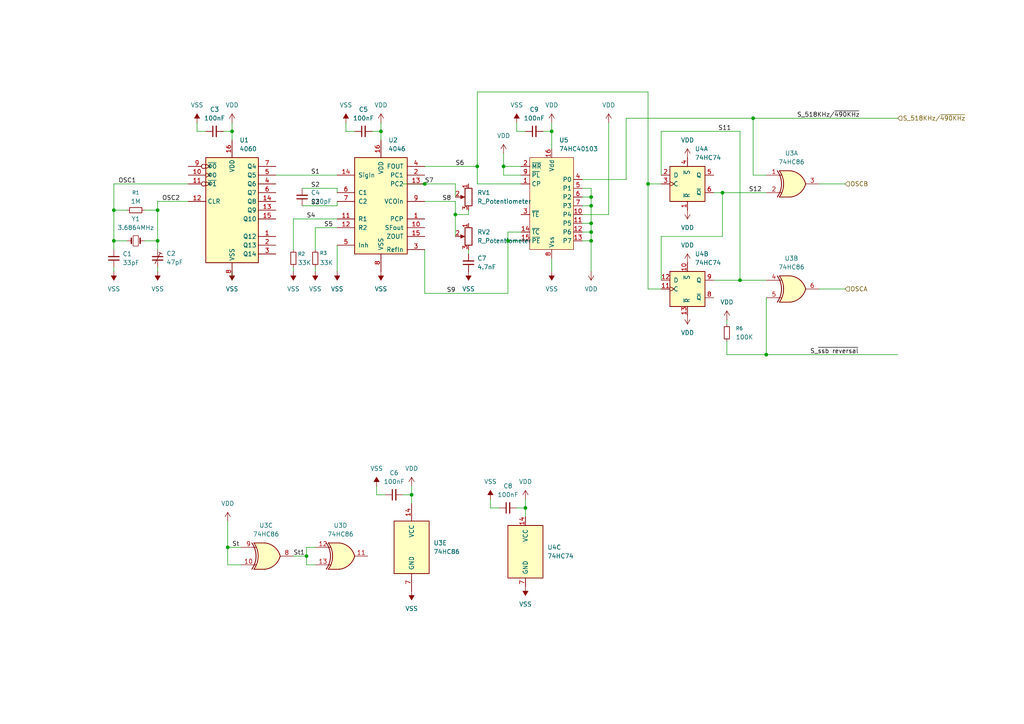
<source format=kicad_sch>
(kicad_sch (version 20250114) (generator "eeschema") (generator_version "9.0")
  (paper "A4")
  (lib_symbols
    (symbol "4xxx:4046" (pin_names (offset 1.016))
      (property "Reference" "U2" (at 2.1433 17.78 0))
      (property "Value" "4046" (at 2.1433 15.24 0))
      (symbol "4046_1_0"
        (pin input line (at -12.7 7.62 0) (length 5.08) (name "SigIn") (number "14"))
        (pin input line (at -12.7 2.54 0) (length 5.08) (name "C1") (number "6"))
        (pin input line (at -12.7 0 0) (length 5.08) (name "C2") (number "7"))
        (pin input line (at -12.7 -5.08 0) (length 5.08) (name "R1") (number "11"))
        (pin input line (at -12.7 -7.62 0) (length 5.08) (name "R2") (number "12"))
        (pin input line (at -12.7 -12.7 0) (length 5.08) (name "Inh") (number "5"))
        (pin power_in line (at 0 17.78 270) (length 5.08) (name "VDD") (number "16"))
        (pin power_in line (at 0 -20.32 90) (length 5.08) (name "VSS") (number "8"))
        (pin output line (at 12.7 10.16 180) (length 5.08) (name "FOUT") (number "4"))
        (pin output line (at 12.7 7.62 180) (length 5.08) (name "PC1") (number "2"))
        (pin tri_state line (at 12.7 5.08 180) (length 5.08) (name "PC2") (number "13"))
        (pin input line (at 12.7 0 180) (length 5.08) (name "VCOin") (number "9"))
        (pin output line (at 12.7 -5.08 180) (length 5.08) (name "PCP") (number "1"))
        (pin output line (at 12.7 -7.62 180) (length 5.08) (name "SFout") (number "10"))
        (pin output line (at 12.7 -10.16 180) (length 5.08) (name "ZOUT") (number "15"))
        (pin input line (at 12.7 -13.97 180) (length 5.08) (name "RefIn") (number "3"))
      )
      (symbol "4046_1_1"
        (rectangle (start -7.62 12.7) (end 7.62 -15.24) (stroke (width 0.254)) (fill (type background)))
      )
    )
    (symbol "4xxx:4060"
      (property "Reference" "U" (at 5.08 16.51 0))
      (property "Value" "4060" (at 6.35 -16.51 0))
      (symbol "4060_1_0"
        (pin input inverted_clock (at -12.7 12.7 0) (length 5.08) (name "~{Φ0}") (number "9"))
        (pin input clock (at -12.7 10.16 0) (length 5.08) (name "Φ0") (number "10"))
        (pin input inverted_clock (at -12.7 7.62 0) (length 5.08) (name "~{Φ1}") (number "11"))
        (pin input line (at -12.7 2.54 0) (length 5.08) (name "CLR") (number "12"))
        (pin power_in line (at 0 20.32 270) (length 5.08) (name "VDD") (number "16"))
        (pin power_in line (at 0 -20.32 90) (length 5.08) (name "VSS") (number "8"))
        (pin output line (at 12.7 12.7 180) (length 5.08) (name "Q4") (number "7"))
        (pin output line (at 12.7 10.16 180) (length 5.08) (name "Q5") (number "5"))
        (pin output line (at 12.7 7.62 180) (length 5.08) (name "Q6") (number "4"))
        (pin output line (at 12.7 5.08 180) (length 5.08) (name "Q7") (number "6"))
        (pin output line (at 12.7 2.54 180) (length 5.08) (name "Q8") (number "14"))
        (pin output line (at 12.7 0 180) (length 5.08) (name "Q9") (number "13"))
        (pin output line (at 12.7 -2.54 180) (length 5.08) (name "Q10") (number "15"))
        (pin output line (at 12.7 -7.62 180) (length 5.08) (name "Q12") (number "1"))
        (pin output line (at 12.7 -10.16 180) (length 5.08) (name "Q13") (number "2"))
        (pin output line (at 12.7 -12.7 180) (length 5.08) (name "Q14") (number "3"))
      )
      (symbol "4060_1_1"
        (rectangle (start -7.62 15.24) (end 7.62 -15.24) (stroke (width 0.254)) (fill (type background)))
      )
    )
    (symbol "74xx:74HC74" (pin_names (offset 1.016))
      (property "Reference" "U" (at -7.62 8.89 0))
      (property "Value" "74HC74" (at -7.62 -8.89 0))
      (symbol "74HC74_1_0"
        (pin input line (at -7.62 2.54 0) (length 2.54) (name "D") (number "2"))
        (pin input clock (at -7.62 0 0) (length 2.54) (name "C") (number "3"))
        (pin input line (at 0 7.62 270) (length 2.54) (name "~{S}") (number "4"))
        (pin input line (at 0 -7.62 90) (length 2.54) (name "~{R}") (number "1"))
        (pin output line (at 7.62 2.54 180) (length 2.54) (name "Q") (number "5"))
        (pin output line (at 7.62 -2.54 180) (length 2.54) (name "~{Q}") (number "6"))
      )
      (symbol "74HC74_1_1"
        (rectangle (start -5.08 5.08) (end 5.08 -5.08) (stroke (width 0.254)) (fill (type background)))
      )
      (symbol "74HC74_2_0"
        (pin input line (at -7.62 2.54 0) (length 2.54) (name "D") (number "12"))
        (pin input clock (at -7.62 0 0) (length 2.54) (name "C") (number "11"))
        (pin input line (at 0 7.62 270) (length 2.54) (name "~{S}") (number "10"))
        (pin input line (at 0 -7.62 90) (length 2.54) (name "~{R}") (number "13"))
        (pin output line (at 7.62 2.54 180) (length 2.54) (name "Q") (number "9"))
        (pin output line (at 7.62 -2.54 180) (length 2.54) (name "~{Q}") (number "8"))
      )
      (symbol "74HC74_2_1"
        (rectangle (start -5.08 5.08) (end 5.08 -5.08) (stroke (width 0.254)) (fill (type background)))
      )
      (symbol "74HC74_3_0"
        (pin power_in line (at 0 10.16 270) (length 2.54) (name "VCC") (number "14"))
        (pin power_in line (at 0 -10.16 90) (length 2.54) (name "GND") (number "7"))
      )
      (symbol "74HC74_3_1"
        (rectangle (start -5.08 7.62) (end 5.08 -7.62) (stroke (width 0.254)) (fill (type background)))
      )
    )
    (symbol "74xx:74HC86" (pin_names (offset 1.016))
      (property "Reference" "U" (at 0 1.27 0))
      (property "Value" "74HC86" (at 0 -1.27 0))
      (symbol "74HC86_1_0"
        (arc (start -4.4196 3.81) (mid -3.2033 0) (end -4.4196 -3.81) (stroke (width 0.254)))
        (arc (start -3.81 3.81) (mid -2.589 0) (end -3.81 -3.81) (stroke (width 0.254)))
        (polyline (pts (xy -3.81 3.81) (xy -0.635 3.81)) (stroke (width 0.254)) (fill (type background)))
        (polyline (pts (xy -3.81 -3.81) (xy -0.635 -3.81)) (stroke (width 0.254)) (fill (type background)))
        (arc (start 3.81 0) (mid 2.1855 -2.584) (end -0.6096 -3.81) (stroke (width 0.254)) (fill (type background)))
        (arc (start -0.6096 3.81) (mid 2.1928 2.5924) (end 3.81 0) (stroke (width 0.254)) (fill (type background)))
        (polyline (pts (xy -0.635 3.81) (xy -3.81 3.81) (xy -3.81 3.81) (xy -3.556 3.4036) (xy -3.0226 2.2606) (xy -2.6924 1.0414) (xy -2.6162 -0.254) (xy -2.7686 -1.4986) (xy -3.175 -2.7178) (xy -3.81 -3.81) (xy -3.81 -3.81) (xy -0.635 -3.81)) (stroke (width -25.4)) (fill (type background)))
        (pin input line (at -7.62 2.54 0) (length 4.445) (name "~") (number "1"))
        (pin input line (at -7.62 -2.54 0) (length 4.445) (name "~") (number "2"))
        (pin output line (at 7.62 0 180) (length 3.81) (name "~") (number "3"))
      )
      (symbol "74HC86_1_1"
        (polyline (pts (xy -3.81 2.54) (xy -3.175 2.54)) (stroke (width 0.1524)))
        (polyline (pts (xy -3.81 -2.54) (xy -3.175 -2.54)) (stroke (width 0.1524)))
      )
      (symbol "74HC86_2_0"
        (arc (start -4.4196 3.81) (mid -3.2033 0) (end -4.4196 -3.81) (stroke (width 0.254)))
        (arc (start -3.81 3.81) (mid -2.589 0) (end -3.81 -3.81) (stroke (width 0.254)))
        (polyline (pts (xy -3.81 3.81) (xy -0.635 3.81)) (stroke (width 0.254)) (fill (type background)))
        (polyline (pts (xy -3.81 -3.81) (xy -0.635 -3.81)) (stroke (width 0.254)) (fill (type background)))
        (arc (start 3.81 0) (mid 2.1855 -2.584) (end -0.6096 -3.81) (stroke (width 0.254)) (fill (type background)))
        (arc (start -0.6096 3.81) (mid 2.1928 2.5924) (end 3.81 0) (stroke (width 0.254)) (fill (type background)))
        (polyline (pts (xy -0.635 3.81) (xy -3.81 3.81) (xy -3.81 3.81) (xy -3.556 3.4036) (xy -3.0226 2.2606) (xy -2.6924 1.0414) (xy -2.6162 -0.254) (xy -2.7686 -1.4986) (xy -3.175 -2.7178) (xy -3.81 -3.81) (xy -3.81 -3.81) (xy -0.635 -3.81)) (stroke (width -25.4)) (fill (type background)))
        (pin input line (at -7.62 2.54 0) (length 4.445) (name "~") (number "4"))
        (pin input line (at -7.62 -2.54 0) (length 4.445) (name "~") (number "5"))
        (pin output line (at 7.62 0 180) (length 3.81) (name "~") (number "6"))
      )
      (symbol "74HC86_2_1"
        (polyline (pts (xy -3.81 2.54) (xy -3.175 2.54)) (stroke (width 0.1524)))
        (polyline (pts (xy -3.81 -2.54) (xy -3.175 -2.54)) (stroke (width 0.1524)))
      )
      (symbol "74HC86_3_0"
        (arc (start -4.4196 3.81) (mid -3.2033 0) (end -4.4196 -3.81) (stroke (width 0.254)))
        (arc (start -3.81 3.81) (mid -2.589 0) (end -3.81 -3.81) (stroke (width 0.254)))
        (polyline (pts (xy -3.81 3.81) (xy -0.635 3.81)) (stroke (width 0.254)) (fill (type background)))
        (polyline (pts (xy -3.81 -3.81) (xy -0.635 -3.81)) (stroke (width 0.254)) (fill (type background)))
        (arc (start 3.81 0) (mid 2.1855 -2.584) (end -0.6096 -3.81) (stroke (width 0.254)) (fill (type background)))
        (arc (start -0.6096 3.81) (mid 2.1928 2.5924) (end 3.81 0) (stroke (width 0.254)) (fill (type background)))
        (polyline (pts (xy -0.635 3.81) (xy -3.81 3.81) (xy -3.81 3.81) (xy -3.556 3.4036) (xy -3.0226 2.2606) (xy -2.6924 1.0414) (xy -2.6162 -0.254) (xy -2.7686 -1.4986) (xy -3.175 -2.7178) (xy -3.81 -3.81) (xy -3.81 -3.81) (xy -0.635 -3.81)) (stroke (width -25.4)) (fill (type background)))
        (pin input line (at -7.62 2.54 0) (length 4.445) (name "~") (number "9"))
        (pin input line (at -7.62 -2.54 0) (length 4.445) (name "~") (number "10"))
        (pin output line (at 7.62 0 180) (length 3.81) (name "~") (number "8"))
      )
      (symbol "74HC86_3_1"
        (polyline (pts (xy -3.81 2.54) (xy -3.175 2.54)) (stroke (width 0.1524)))
        (polyline (pts (xy -3.81 -2.54) (xy -3.175 -2.54)) (stroke (width 0.1524)))
      )
      (symbol "74HC86_4_0"
        (arc (start -4.4196 3.81) (mid -3.2033 0) (end -4.4196 -3.81) (stroke (width 0.254)))
        (arc (start -3.81 3.81) (mid -2.589 0) (end -3.81 -3.81) (stroke (width 0.254)))
        (polyline (pts (xy -3.81 3.81) (xy -0.635 3.81)) (stroke (width 0.254)) (fill (type background)))
        (polyline (pts (xy -3.81 -3.81) (xy -0.635 -3.81)) (stroke (width 0.254)) (fill (type background)))
        (arc (start 3.81 0) (mid 2.1855 -2.584) (end -0.6096 -3.81) (stroke (width 0.254)) (fill (type background)))
        (arc (start -0.6096 3.81) (mid 2.1928 2.5924) (end 3.81 0) (stroke (width 0.254)) (fill (type background)))
        (polyline (pts (xy -0.635 3.81) (xy -3.81 3.81) (xy -3.81 3.81) (xy -3.556 3.4036) (xy -3.0226 2.2606) (xy -2.6924 1.0414) (xy -2.6162 -0.254) (xy -2.7686 -1.4986) (xy -3.175 -2.7178) (xy -3.81 -3.81) (xy -3.81 -3.81) (xy -0.635 -3.81)) (stroke (width -25.4)) (fill (type background)))
        (pin input line (at -7.62 2.54 0) (length 4.445) (name "~") (number "12"))
        (pin input line (at -7.62 -2.54 0) (length 4.445) (name "~") (number "13"))
        (pin output line (at 7.62 0 180) (length 3.81) (name "~") (number "11"))
      )
      (symbol "74HC86_4_1"
        (polyline (pts (xy -3.81 2.54) (xy -3.175 2.54)) (stroke (width 0.1524)))
        (polyline (pts (xy -3.81 -2.54) (xy -3.175 -2.54)) (stroke (width 0.1524)))
      )
      (symbol "74HC86_5_0"
        (pin power_in line (at 0 12.7 270) (length 5.08) (name "VCC") (number "14"))
        (pin power_in line (at 0 -12.7 90) (length 5.08) (name "GND") (number "7"))
      )
      (symbol "74HC86_5_1"
        (rectangle (start -5.08 7.62) (end 5.08 -7.62) (stroke (width 0.254)) (fill (type background)))
      )
    )
    (symbol "Device:C_Small" (pin_numbers (hide yes)) (pin_names (offset 0.254) (hide yes))
      (property "Reference" "C" (at 0.254 1.778 0))
      (property "Value" "C_Small" (at 0.254 -2.032 0))
      (symbol "C_Small_0_1"
        (polyline (pts (xy -1.524 0.508) (xy 1.524 0.508)) (stroke (width 0.3048)))
        (polyline (pts (xy -1.524 -0.508) (xy 1.524 -0.508)) (stroke (width 0.3302)))
      )
      (symbol "C_Small_1_1"
        (pin passive line (at 0 2.54 270) (length 2.032) (name "~") (number "1"))
        (pin passive line (at 0 -2.54 90) (length 2.032) (name "~") (number "2"))
      )
    )
    (symbol "Device:C_Trim_Small" (pin_numbers (hide yes)) (pin_names (offset 0.254) (hide yes))
      (property "Reference" "C" (at 1.524 -2.032 0))
      (property "Value" "C_Trim_Small" (at 3.048 -3.556 0))
      (symbol "C_Trim_Small_0_1"
        (polyline (pts (xy -1.524 0.508) (xy 1.524 0.508)) (stroke (width 0.3048)))
        (polyline (pts (xy -1.524 -0.508) (xy 1.524 -0.508)) (stroke (width 0.3048)))
        (polyline (pts (xy 0.762 1.524) (xy -0.762 -1.524)) (stroke (width 0.1778)))
        (polyline (pts (xy 1.27 1.27) (xy 0.381 1.778)) (stroke (width 0.1778)))
      )
      (symbol "C_Trim_Small_1_1"
        (pin passive line (at 0 2.54 270) (length 2.032) (name "~") (number "1"))
        (pin passive line (at 0 -2.54 90) (length 2.032) (name "~") (number "2"))
      )
    )
    (symbol "Device:Crystal_Small" (pin_numbers (hide yes)) (pin_names (offset 1.016) (hide yes))
      (property "Reference" "Y" (at 0 2.54 0))
      (property "Value" "Crystal_Small" (at 0 -2.54 0))
      (symbol "Crystal_Small_0_1"
        (polyline (pts (xy -1.27 -0.762) (xy -1.27 0.762)) (stroke (width 0.381)))
        (rectangle (start -0.762 -1.524) (end 0.762 1.524))
        (polyline (pts (xy 1.27 -0.762) (xy 1.27 0.762)) (stroke (width 0.381)))
      )
      (symbol "Crystal_Small_1_1"
        (pin passive line (at -2.54 0 0) (length 1.27) (name "1") (number "1"))
        (pin passive line (at 2.54 0 180) (length 1.27) (name "2") (number "2"))
      )
    )
    (symbol "Device:R_Potentiometer" (pin_names (offset 1.016) (hide yes))
      (property "Reference" "RV" (at -4.445 0 90))
      (property "Value" "R_Potentiometer" (at -2.54 0 90))
      (symbol "R_Potentiometer_0_1"
        (rectangle (start 1.016 2.54) (end -1.016 -2.54) (stroke (width 0.254)))
        (polyline (pts (xy 1.143 0) (xy 2.286 0.508) (xy 2.286 -0.508) (xy 1.143 0)) (fill (type outline)))
        (polyline (pts (xy 2.54 0) (xy 1.524 0)))
      )
      (symbol "R_Potentiometer_1_1"
        (pin passive line (at 0 3.81 270) (length 1.27) (name "1") (number "1"))
        (pin passive line (at 0 -3.81 90) (length 1.27) (name "3") (number "3"))
        (pin passive line (at 3.81 0 180) (length 1.27) (name "2") (number "2"))
      )
    )
    (symbol "Device:R_Small" (pin_numbers (hide yes)) (pin_names (offset 0.254) (hide yes))
      (property "Reference" "R" (at 0 0 90))
      (property "Value" "R_Small" (at 1.778 0 90))
      (symbol "R_Small_0_1"
        (rectangle (start -0.762 1.778) (end 0.762 -1.778) (stroke (width 0.2032)))
      )
      (symbol "R_Small_1_1"
        (pin passive line (at 0 2.54 270) (length 0.762) (name "~") (number "1"))
        (pin passive line (at 0 -2.54 90) (length 0.762) (name "~") (number "2"))
      )
    )
    (symbol "power:+5V" (power) (pin_numbers (hide yes)) (pin_names (offset 0) (hide yes))
      (property "Value" "+5V" (at 0 3.556 0))
      (symbol "+5V_0_1"
        (polyline (pts (xy -0.762 1.27) (xy 0 2.54)))
        (polyline (pts (xy 0 2.54) (xy 0.762 1.27)))
        (polyline (pts (xy 0 0) (xy 0 2.54)))
      )
      (symbol "+5V_1_1"
        (pin power_in line (at 0 0 90) (length 0) (name "~") (number "1"))
      )
    )
    (symbol "power:VSS" (power) (pin_numbers (hide yes)) (pin_names (offset 0) (hide yes))
      (property "Value" "VSS" (at 0 3.556 0))
      (symbol "VSS_0_1"
        (polyline (pts (xy 0 0) (xy 0 2.54)))
        (polyline (pts (xy 0.762 1.27) (xy -0.762 1.27) (xy 0 2.54) (xy 0.762 1.27)) (fill (type outline)))
      )
      (symbol "VSS_1_1"
        (pin power_in line (at 0 0 90) (length 0) (name "~") (number "1"))
      )
    )
    (symbol "user_74HC_logic:74HC40103"
      (property "Reference" "U3" (at 2.1433 19.05 0))
      (property "Value" "74HC40103" (at 2.1433 16.51 0))
      (symbol "74HC40103_1_1"
        (rectangle (start -6.35 13.97) (end 6.35 -12.7) (fill (type background)))
        (pin bidirectional line (at -8.89 11.43 0) (length 2.54) (name "~{MR}") (number "2"))
        (pin bidirectional line (at -8.89 8.89 0) (length 2.54) (name "~{PL}") (number "9"))
        (pin bidirectional line (at -8.89 6.35 0) (length 2.54) (name "CP") (number "1"))
        (pin bidirectional line (at -8.89 -2.54 0) (length 2.54) (name "~{TE}") (number "3"))
        (pin bidirectional line (at -8.89 -7.62 0) (length 2.54) (name "~{TC}") (number "14"))
        (pin bidirectional line (at -8.89 -10.16 0) (length 2.54) (name "~{PE}") (number "15"))
        (pin power_in line (at 0 16.51 270) (length 2.54) (name "Vdd") (number "16"))
        (pin power_in line (at 0 -15.24 90) (length 2.54) (name "Vss") (number "8"))
        (pin bidirectional line (at 8.89 7.62 180) (length 2.54) (name "P0") (number "4"))
        (pin bidirectional line (at 8.89 5.08 180) (length 2.54) (name "P1") (number "5"))
        (pin bidirectional line (at 8.89 2.54 180) (length 2.54) (name "P2") (number "6"))
        (pin bidirectional line (at 8.89 0 180) (length 2.54) (name "P3") (number "7"))
        (pin bidirectional line (at 8.89 -2.54 180) (length 2.54) (name "P4") (number "10"))
        (pin bidirectional line (at 8.89 -5.08 180) (length 2.54) (name "P5") (number "11"))
        (pin bidirectional line (at 8.89 -7.62 180) (length 2.54) (name "P6") (number "12"))
        (pin bidirectional line (at 8.89 -10.16 180) (length 2.54) (name "P7") (number "13"))
      )
    )
  )
  (junction (at 132.08 62.23))
  (junction (at 171.45 64.77))
  (junction (at 67.31 38.1))
  (junction (at 45.72 69.85))
  (junction (at 138.43 48.26))
  (junction (at 214.63 81.28))
  (junction (at 123.19 53.34))
  (junction (at 110.49 38.1))
  (junction (at 66.04 158.75))
  (junction (at 160.02 38.1))
  (junction (at 218.44 34.29))
  (junction (at 33.02 69.85))
  (junction (at 146.05 48.26))
  (junction (at 209.55 55.88))
  (junction (at 187.96 53.34))
  (junction (at 119.38 143.51))
  (junction (at 222.25 102.87))
  (junction (at 147.32 69.85))
  (junction (at 171.45 59.69))
  (junction (at 33.02 60.96))
  (junction (at 152.4 147.32))
  (junction (at 171.45 67.31))
  (junction (at 45.72 60.96))
  (junction (at 171.45 57.15))
  (junction (at 171.45 69.85))
  (junction (at 88.9 161.29))
  (wire (pts (xy 152.4 147.32) (xy 149.86 147.32)))
  (wire (pts (xy 33.02 72.39) (xy 33.02 69.85)))
  (wire (pts (xy 85.09 77.47) (xy 85.09 78.74)))
  (wire (pts (xy 57.15 35.56) (xy 57.15 38.1)))
  (wire (pts (xy 160.02 35.56) (xy 160.02 38.1)))
  (wire (pts (xy 110.49 38.1) (xy 110.49 40.64)))
  (wire (pts (xy 147.32 69.85) (xy 147.32 67.31)))
  (wire (pts (xy 45.72 77.47) (xy 45.72 78.74)))
  (wire (pts (xy 123.19 85.09) (xy 147.32 85.09)))
  (wire (pts (xy 146.05 48.26) (xy 146.05 50.8)))
  (wire (pts (xy 132.08 62.23) (xy 135.89 62.23)))
  (wire (pts (xy 146.05 48.26) (xy 151.13 48.26)))
  (wire (pts (xy 57.15 38.1) (xy 59.69 38.1)))
  (wire (pts (xy 210.82 99.06) (xy 210.82 102.87)))
  (wire (pts (xy 187.96 53.34) (xy 187.96 26.67)))
  (wire (pts (xy 97.79 59.69) (xy 87.63 59.69)))
  (wire (pts (xy 110.49 35.56) (xy 110.49 38.1)))
  (wire (pts (xy 85.09 72.39) (xy 85.09 63.5)))
  (wire (pts (xy 116.84 53.34) (xy 123.19 53.34)))
  (wire (pts (xy 85.09 63.5) (xy 97.79 63.5)))
  (wire (pts (xy 210.82 102.87) (xy 222.25 102.87)))
  (wire (pts (xy 191.77 68.58) (xy 209.55 68.58)))
  (wire (pts (xy 171.45 78.74) (xy 171.45 69.85)))
  (wire (pts (xy 119.38 140.97) (xy 119.38 143.51)))
  (wire (pts (xy 149.86 35.56) (xy 149.86 38.1)))
  (wire (pts (xy 214.63 81.28) (xy 207.01 81.28)))
  (wire (pts (xy 33.02 69.85) (xy 33.02 60.96)))
  (wire (pts (xy 152.4 147.32) (xy 152.4 149.86)))
  (wire (pts (xy 33.02 53.34) (xy 33.02 60.96)))
  (wire (pts (xy 123.19 58.42) (xy 132.08 58.42)))
  (wire (pts (xy 123.19 48.26) (xy 138.43 48.26)))
  (wire (pts (xy 45.72 69.85) (xy 45.72 60.96)))
  (wire (pts (xy 147.32 85.09) (xy 147.32 69.85)))
  (wire (pts (xy 181.61 34.29) (xy 218.44 34.29)))
  (wire (pts (xy 91.44 72.39) (xy 91.44 66.04)))
  (wire (pts (xy 91.44 66.04) (xy 97.79 66.04)))
  (wire (pts (xy 45.72 60.96) (xy 45.72 58.42)))
  (wire (pts (xy 135.89 72.39) (xy 135.89 73.66)))
  (wire (pts (xy 187.96 83.82) (xy 187.96 53.34)))
  (wire (pts (xy 222.25 102.87) (xy 260.35 102.87)))
  (wire (pts (xy 214.63 81.28) (xy 222.25 81.28)))
  (wire (pts (xy 132.08 53.34) (xy 132.08 57.15)))
  (wire (pts (xy 149.86 38.1) (xy 152.4 38.1)))
  (wire (pts (xy 209.55 55.88) (xy 222.25 55.88)))
  (wire (pts (xy 191.77 38.1) (xy 214.63 38.1)))
  (wire (pts (xy 168.91 52.07) (xy 181.61 52.07)))
  (wire (pts (xy 97.79 54.61) (xy 97.79 55.88)))
  (wire (pts (xy 160.02 38.1) (xy 157.48 38.1)))
  (wire (pts (xy 91.44 77.47) (xy 91.44 78.74)))
  (wire (pts (xy 100.33 35.56) (xy 100.33 38.1)))
  (wire (pts (xy 209.55 68.58) (xy 209.55 55.88)))
  (wire (pts (xy 91.44 163.83) (xy 88.9 163.83)))
  (wire (pts (xy 142.24 147.32) (xy 144.78 147.32)))
  (wire (pts (xy 67.31 38.1) (xy 64.77 38.1)))
  (wire (pts (xy 66.04 163.83) (xy 69.85 163.83)))
  (wire (pts (xy 80.01 50.8) (xy 97.79 50.8)))
  (wire (pts (xy 45.72 72.39) (xy 45.72 69.85)))
  (wire (pts (xy 66.04 158.75) (xy 66.04 163.83)))
  (wire (pts (xy 168.91 57.15) (xy 171.45 57.15)))
  (wire (pts (xy 123.19 72.39) (xy 123.19 85.09)))
  (wire (pts (xy 171.45 59.69) (xy 171.45 57.15)))
  (wire (pts (xy 138.43 26.67) (xy 138.43 48.26)))
  (wire (pts (xy 88.9 161.29) (xy 88.9 158.75)))
  (wire (pts (xy 132.08 62.23) (xy 132.08 68.58)))
  (wire (pts (xy 176.53 62.23) (xy 176.53 35.56)))
  (wire (pts (xy 218.44 34.29) (xy 218.44 50.8)))
  (wire (pts (xy 146.05 50.8) (xy 151.13 50.8)))
  (wire (pts (xy 119.38 143.51) (xy 116.84 143.51)))
  (wire (pts (xy 191.77 53.34) (xy 187.96 53.34)))
  (wire (pts (xy 146.05 44.45) (xy 146.05 48.26)))
  (wire (pts (xy 171.45 67.31) (xy 171.45 64.77)))
  (wire (pts (xy 147.32 67.31) (xy 151.13 67.31)))
  (wire (pts (xy 67.31 35.56) (xy 67.31 38.1)))
  (wire (pts (xy 168.91 64.77) (xy 171.45 64.77)))
  (wire (pts (xy 237.49 53.34) (xy 245.11 53.34)))
  (wire (pts (xy 191.77 83.82) (xy 187.96 83.82)))
  (wire (pts (xy 168.91 62.23) (xy 176.53 62.23)))
  (wire (pts (xy 66.04 158.75) (xy 69.85 158.75)))
  (wire (pts (xy 218.44 50.8) (xy 222.25 50.8)))
  (wire (pts (xy 171.45 54.61) (xy 168.91 54.61)))
  (wire (pts (xy 209.55 55.88) (xy 207.01 55.88)))
  (wire (pts (xy 181.61 52.07) (xy 181.61 34.29)))
  (wire (pts (xy 100.33 38.1) (xy 102.87 38.1)))
  (wire (pts (xy 87.63 54.61) (xy 97.79 54.61)))
  (wire (pts (xy 123.19 53.34) (xy 132.08 53.34)))
  (wire (pts (xy 171.45 57.15) (xy 171.45 54.61)))
  (wire (pts (xy 214.63 38.1) (xy 214.63 81.28)))
  (wire (pts (xy 41.91 69.85) (xy 45.72 69.85)))
  (wire (pts (xy 168.91 67.31) (xy 171.45 67.31)))
  (wire (pts (xy 97.79 58.42) (xy 97.79 59.69)))
  (wire (pts (xy 109.22 140.97) (xy 109.22 143.51)))
  (wire (pts (xy 138.43 48.26) (xy 138.43 53.34)))
  (wire (pts (xy 67.31 38.1) (xy 67.31 40.64)))
  (wire (pts (xy 119.38 143.51) (xy 119.38 146.05)))
  (wire (pts (xy 152.4 144.78) (xy 152.4 147.32)))
  (wire (pts (xy 45.72 60.96) (xy 41.91 60.96)))
  (wire (pts (xy 33.02 69.85) (xy 36.83 69.85)))
  (wire (pts (xy 142.24 144.78) (xy 142.24 147.32)))
  (wire (pts (xy 222.25 86.36) (xy 222.25 102.87)))
  (wire (pts (xy 210.82 92.71) (xy 210.82 93.98)))
  (wire (pts (xy 85.09 161.29) (xy 88.9 161.29)))
  (wire (pts (xy 191.77 50.8) (xy 191.77 38.1)))
  (wire (pts (xy 218.44 34.29) (xy 260.35 34.29)))
  (wire (pts (xy 88.9 163.83) (xy 88.9 161.29)))
  (wire (pts (xy 171.45 64.77) (xy 171.45 59.69)))
  (wire (pts (xy 132.08 58.42) (xy 132.08 62.23)))
  (wire (pts (xy 160.02 38.1) (xy 160.02 43.18)))
  (wire (pts (xy 191.77 81.28) (xy 191.77 68.58)))
  (wire (pts (xy 151.13 53.34) (xy 138.43 53.34)))
  (wire (pts (xy 67.31 78.74) (xy 67.31 81.28)))
  (wire (pts (xy 33.02 77.47) (xy 33.02 78.74)))
  (wire (pts (xy 160.02 78.74) (xy 160.02 74.93)))
  (wire (pts (xy 110.49 38.1) (xy 107.95 38.1)))
  (wire (pts (xy 66.04 151.13) (xy 66.04 158.75)))
  (wire (pts (xy 109.22 143.51) (xy 111.76 143.51)))
  (wire (pts (xy 135.89 62.23) (xy 135.89 60.96)))
  (wire (pts (xy 168.91 59.69) (xy 171.45 59.69)))
  (wire (pts (xy 54.61 53.34) (xy 33.02 53.34)))
  (wire (pts (xy 171.45 69.85) (xy 171.45 67.31)))
  (wire (pts (xy 33.02 60.96) (xy 36.83 60.96)))
  (wire (pts (xy 168.91 69.85) (xy 171.45 69.85)))
  (wire (pts (xy 54.61 58.42) (xy 45.72 58.42)))
  (wire (pts (xy 88.9 158.75) (xy 91.44 158.75)))
  (wire (pts (xy 147.32 69.85) (xy 151.13 69.85)))
  (wire (pts (xy 237.49 83.82) (xy 245.11 83.82)))
  (wire (pts (xy 97.79 71.12) (xy 97.79 78.74)))
  (wire (pts (xy 187.96 26.67) (xy 138.43 26.67)))
  (label "S11" (at 208.28 38.1 0))
  (label "OSC2" (at 46.99 58.42 0))
  (label "S2" (at 90.17 54.61 0))
  (label "S7" (at 123.19 53.34 0))
  (label "S3" (at 90.17 59.69 0))
  (label "S8" (at 128.27 58.42 0))
  (label "St" (at 67.31 158.75 0))
  (label "S_518KHz{slash}~{490KHz}" (at 231.14 34.29 0))
  (label "S6" (at 132.08 48.26 0))
  (label "S5" (at 93.98 66.04 0))
  (label "St1" (at 85.09 161.29 0))
  (label "OSC1" (at 34.29 53.34 0))
  (label "S12" (at 217.17 55.88 0))
  (label "S4" (at 88.9 63.5 0))
  (label "S9" (at 129.54 85.09 0))
  (label "S_~{ssb reversal}" (at 234.95 102.87 0))
  (label "S1" (at 90.17 50.8 0))
  (hierarchical_label "OSCB" (shape input) (at 245.11 53.34 0))
  (hierarchical_label "OSCA" (shape input) (at 245.11 83.82 0))
  (hierarchical_label "S_518KHz{slash}~{490KHz}" (shape input) (at 260.35 34.29 0))
  (symbol (lib_id "power:VSS") (at 57.15 35.56 0) (unit 1)
    (property "Reference" "#PWR0105" (effects (hide yes)))
    (property "Value" "VSS" (at 57.15 30.48 0))
    (property "Description" "Power symbol creates a global label with name \"VSS\"" (effects (hide yes)))
    (instances (project "oscilator" (path "" (reference "#PWR07") (unit 1))) (project "" (path "" (reference "#PWR0105") (unit 1))))
  )
  (symbol (lib_id "power:+5V") (at 67.31 35.56 0) (unit 1)
    (property "Reference" "#PWR0104" (effects (hide yes)))
    (property "Value" "VDD" (at 67.31 30.48 0))
    (property "Description" "Power symbol creates a global label with name \"+5V\"" (effects (hide yes)))
    (instances (project "oscilator" (path "" (reference "#PWR08") (unit 1))) (project "" (path "" (reference "#PWR0104") (unit 1))))
  )
  (symbol (lib_id "power:+5V") (at 66.04 151.13 0) (unit 1)
    (property "Reference" "#PWR0115" (effects (hide yes)))
    (property "Value" "VDD" (at 66.04 146.05 0))
    (property "Description" "Power symbol creates a global label with name \"+5V\"" (effects (hide yes)))
    (instances (project "oscilator" (path "" (reference "#PWR017") (unit 1))) (project "" (path "" (reference "#PWR0115") (unit 1))))
  )
  (symbol (lib_id "power:VSS") (at 135.89 78.74 180) (unit 1)
    (property "Reference" "#PWR0119" (effects (hide yes)))
    (property "Value" "VSS" (at 135.89 83.82 0))
    (property "Description" "Power symbol creates a global label with name \"VSS\"" (effects (hide yes)))
    (instances (project "oscilator" (path "" (reference "#PWR019") (unit 1))) (project "" (path "" (reference "#PWR0119") (unit 1))))
  )
  (symbol (lib_id "74xx:74HC86") (at 119.38 158.75 0) (unit 5)
    (property "Reference" "U2" (at 125.73 157.4799 0) (effects (justify left)))
    (property "Value" "74HC86" (at 125.73 160.0199 0) (effects (justify left)))
    (property "Footprint" "Package_DIP:DIP-14_W7.62mm" (effects (hide yes)))
    (property "Datasheet" "http://www.ti.com/lit/gpn/sn74HC86" (effects (hide yes)))
    (property "Description" "Quad 2-input XOR" (effects (hide yes)))
    (instances (project "" (path "" (reference "U3") (unit 5))) (project "" (path "" (reference "U2") (unit 5))))
  )
  (symbol (lib_id "Device:R_Small") (at 85.09 74.93 180) (unit 1)
    (property "Reference" "R7" (at 86.36 73.66 0) (effects (font (size 1.016 1.016)) (justify right)))
    (property "Value" "33K" (at 86.36 76.2 0) (effects (justify right)))
    (property "Footprint" "Resistor_SMD:R_0805_2012Metric" (effects (hide yes)))
    (property "Description" "Resistor, small symbol" (effects (hide yes)))
    (instances (project "oscilator" (path "" (reference "R2") (unit 1))) (project "" (path "" (reference "R7") (unit 1))))
  )
  (symbol (lib_id "74xx:74HC86") (at 77.47 161.29 0) (unit 3)
    (property "Reference" "U2" (at 77.1652 152.4 0))
    (property "Value" "74HC86" (at 77.1652 154.94 0))
    (property "Footprint" "Package_DIP:DIP-14_W7.62mm" (effects (hide yes)))
    (property "Datasheet" "http://www.ti.com/lit/gpn/sn74HC86" (effects (hide yes)))
    (property "Description" "Quad 2-input XOR" (effects (hide yes)))
    (instances (project "" (path "" (reference "U3") (unit 3))) (project "" (path "" (reference "U2") (unit 3))))
  )
  (symbol (lib_id "power:+5V") (at 146.05 44.45 0) (unit 1)
    (property "Reference" "#PWR0125" (effects (hide yes)))
    (property "Value" "VDD" (at 146.05 39.37 0))
    (property "Description" "Power symbol creates a global label with name \"+5V\"" (effects (hide yes)))
    (instances (project "oscilator" (path "" (reference "#PWR021") (unit 1))) (project "" (path "" (reference "#PWR0125") (unit 1))))
  )
  (symbol (lib_id "power:VSS") (at 91.44 78.74 180) (unit 1)
    (property "Reference" "#PWR0106" (effects (hide yes)))
    (property "Value" "VSS" (at 91.44 83.82 0))
    (property "Description" "Power symbol creates a global label with name \"VSS\"" (effects (hide yes)))
    (instances (project "oscilator" (path "" (reference "#PWR011") (unit 1))) (project "" (path "" (reference "#PWR0106") (unit 1))))
  )
  (symbol (lib_id "power:+5V") (at 171.45 78.74 180) (unit 1)
    (property "Reference" "#PWR0124" (effects (hide yes)))
    (property "Value" "VDD" (at 171.45 83.82 0))
    (property "Description" "Power symbol creates a global label with name \"+5V\"" (effects (hide yes)))
    (instances (project "oscilator" (path "" (reference "#PWR026") (unit 1))) (project "" (path "" (reference "#PWR0124") (unit 1))))
  )
  (symbol (lib_id "power:+5V") (at 176.53 35.56 0) (unit 1)
    (property "Reference" "#PWR0130" (effects (hide yes)))
    (property "Value" "VDD" (at 176.53 30.48 0))
    (property "Description" "Power symbol creates a global label with name \"+5V\"" (effects (hide yes)))
    (instances (project "oscilator" (path "" (reference "#PWR027") (unit 1))) (project "" (path "" (reference "#PWR0130") (unit 1))))
  )
  (symbol (lib_id "power:+5V") (at 210.82 92.71 0) (unit 1)
    (property "Reference" "#PWR0121" (effects (hide yes)))
    (property "Value" "VDD" (at 210.82 87.63 0))
    (property "Description" "Power symbol creates a global label with name \"+5V\"" (effects (hide yes)))
    (instances (project "oscilator" (path "" (reference "#PWR032") (unit 1))) (project "" (path "" (reference "#PWR0121") (unit 1))))
  )
  (symbol (lib_id "Device:C_Small") (at 147.32 147.32 90) (unit 1)
    (property "Reference" "C16" (at 147.3263 140.97 90))
    (property "Value" "100nF" (at 147.3263 143.51 90))
    (property "Footprint" "Capacitor_SMD:C_0805_2012Metric" (effects (hide yes)))
    (property "Description" "Unpolarized capacitor, small symbol" (effects (hide yes)))
    (instances (project "oscilator" (path "" (reference "C8") (unit 1))) (project "" (path "" (reference "C16") (unit 1))))
  )
  (symbol (lib_id "Device:C_Small") (at 135.89 76.2 180) (unit 1)
    (property "Reference" "C15" (at 138.43 74.9235 0) (effects (justify right)))
    (property "Value" "4.7nF" (at 138.43 77.4635 0) (effects (justify right)))
    (property "Footprint" "Capacitor_SMD:C_0805_2012Metric" (effects (hide yes)))
    (property "Description" "Unpolarized capacitor, small symbol" (effects (hide yes)))
    (instances (project "oscilator" (path "" (reference "C7") (unit 1))) (project "" (path "" (reference "C15") (unit 1))))
  )
  (symbol (lib_id "Device:C_Small") (at 33.02 74.93 180) (unit 1)
    (property "Reference" "C9" (at 35.56 73.6535 0) (effects (justify right)))
    (property "Value" "33pF" (at 35.56 76.1935 0) (effects (justify right)))
    (property "Footprint" "Capacitor_SMD:C_0805_2012Metric" (effects (hide yes)))
    (property "Description" "Unpolarized capacitor, small symbol" (effects (hide yes)))
    (instances (project "oscilator" (path "" (reference "C1") (unit 1))) (project "" (path "" (reference "C9") (unit 1))))
  )
  (symbol (lib_id "power:VSS") (at 110.49 78.74 180) (unit 1)
    (property "Reference" "#PWR0118" (effects (hide yes)))
    (property "Value" "VSS" (at 110.49 83.82 0))
    (property "Description" "Power symbol creates a global label with name \"VSS\"" (effects (hide yes)))
    (instances (project "oscilator" (path "" (reference "#PWR016") (unit 1))) (project "" (path "" (reference "#PWR0118") (unit 1))))
  )
  (symbol (lib_id "power:VSS") (at 85.09 78.74 180) (unit 1)
    (property "Reference" "#PWR0107" (effects (hide yes)))
    (property "Value" "VSS" (at 85.09 83.82 0))
    (property "Description" "Power symbol creates a global label with name \"VSS\"" (effects (hide yes)))
    (instances (project "oscilator" (path "" (reference "#PWR010") (unit 1))) (project "" (path "" (reference "#PWR0107") (unit 1))))
  )
  (symbol (lib_id "power:+5V") (at 152.4 144.78 0) (unit 1)
    (property "Reference" "#PWR0112" (effects (hide yes)))
    (property "Value" "VDD" (at 152.4 139.7 0))
    (property "Description" "Power symbol creates a global label with name \"+5V\"" (effects (hide yes)))
    (instances (project "oscilator" (path "" (reference "#PWR023") (unit 1))) (project "" (path "" (reference "#PWR0112") (unit 1))))
  )
  (symbol (lib_id "power:+5V") (at 199.39 91.44 180) (unit 1)
    (property "Reference" "#PWR0120" (effects (hide yes)))
    (property "Value" "VDD" (at 199.39 96.52 0))
    (property "Description" "Power symbol creates a global label with name \"+5V\"" (effects (hide yes)))
    (instances (project "oscilator" (path "" (reference "#PWR031") (unit 1))) (project "" (path "" (reference "#PWR0120") (unit 1))))
  )
  (symbol (lib_id "power:VSS") (at 109.22 140.97 0) (unit 1)
    (property "Reference" "#PWR0111" (effects (hide yes)))
    (property "Value" "VSS" (at 109.22 135.89 0))
    (property "Description" "Power symbol creates a global label with name \"VSS\"" (effects (hide yes)))
    (instances (project "oscilator" (path "" (reference "#PWR014") (unit 1))) (project "" (path "" (reference "#PWR0111") (unit 1))))
  )
  (symbol (lib_id "power:VSS") (at 152.4 170.18 180) (unit 1)
    (property "Reference" "#PWR0109" (effects (hide yes)))
    (property "Value" "VSS" (at 152.4 175.26 0))
    (property "Description" "Power symbol creates a global label with name \"VSS\"" (effects (hide yes)))
    (instances (project "oscilator" (path "" (reference "#PWR024") (unit 1))) (project "" (path "" (reference "#PWR0109") (unit 1))))
  )
  (symbol (lib_id "power:VSS") (at 119.38 171.45 180) (unit 1)
    (property "Reference" "#PWR0114" (effects (hide yes)))
    (property "Value" "VSS" (at 119.38 176.53 0))
    (property "Description" "Power symbol creates a global label with name \"VSS\"" (effects (hide yes)))
    (instances (project "oscilator" (path "" (reference "#PWR034") (unit 1))) (project "" (path "" (reference "#PWR0114") (unit 1))))
  )
  (symbol (lib_id "power:VSS") (at 33.02 78.74 180) (unit 1)
    (property "Reference" "#PWR0102" (effects (hide yes)))
    (property "Value" "VSS" (at 33.02 83.82 0))
    (property "Description" "Power symbol creates a global label with name \"VSS\"" (effects (hide yes)))
    (instances (project "oscilator" (path "" (reference "#PWR03") (unit 1))) (project "" (path "" (reference "#PWR0102") (unit 1))))
  )
  (symbol (lib_id "power:VSS") (at 97.79 78.74 180) (unit 1)
    (property "Reference" "#PWR0108" (effects (hide yes)))
    (property "Value" "VSS" (at 97.79 83.82 0))
    (property "Description" "Power symbol creates a global label with name \"VSS\"" (effects (hide yes)))
    (instances (project "oscilator" (path "" (reference "#PWR012") (unit 1))) (project "" (path "" (reference "#PWR0108") (unit 1))))
  )
  (symbol (lib_id "4xxx:4060") (at 67.31 60.96 0) (unit 1)
    (property "Reference" "U1" (at 69.4533 40.64 0) (effects (justify left)))
    (property "Value" "4060" (at 69.4533 43.18 0) (effects (justify left)))
    (property "Footprint" "Package_DIP:DIP-16_W7.62mm" (effects (hide yes)))
    (property "Datasheet" "https://www.st.com/resource/en/datasheet/m74hc4060.pdf" (effects (hide yes)))
    (property "Description" "Binary counter (14-stages) and oscillator" (effects (hide yes)))
  )
  (symbol (lib_id "Device:C_Small") (at 62.23 38.1 90) (unit 1)
    (property "Reference" "C11" (at 62.2363 31.75 90))
    (property "Value" "100nF" (at 62.2363 34.29 90))
    (property "Footprint" "Capacitor_SMD:C_0805_2012Metric" (effects (hide yes)))
    (property "Description" "Unpolarized capacitor, small symbol" (effects (hide yes)))
    (instances (project "oscilator" (path "" (reference "C3") (unit 1))) (project "" (path "" (reference "C11") (unit 1))))
  )
  (symbol (lib_id "power:+5V") (at 160.02 35.56 0) (unit 1)
    (property "Reference" "#PWR0127" (effects (hide yes)))
    (property "Value" "VDD" (at 160.02 30.48 0))
    (property "Description" "Power symbol creates a global label with name \"+5V\"" (effects (hide yes)))
    (instances (project "oscilator" (path "" (reference "#PWR025") (unit 1))) (project "" (path "" (reference "#PWR0127") (unit 1))))
  )
  (symbol (lib_id "power:VSS") (at 45.72 78.74 180) (unit 1)
    (property "Reference" "#PWR0101" (effects (hide yes)))
    (property "Value" "VSS" (at 45.72 83.82 0))
    (property "Description" "Power symbol creates a global label with name \"VSS\"" (effects (hide yes)))
    (instances (project "oscilator" (path "" (reference "#PWR06") (unit 1))) (project "" (path "" (reference "#PWR0101") (unit 1))))
  )
  (symbol (lib_id "4xxx:4046") (at 110.49 58.42 0) (unit 1)
    (property "Reference" "U3" (at 112.6333 40.64 0) (effects (justify left)))
    (property "Value" "4046" (at 112.6333 43.18 0) (effects (justify left)))
    (property "Footprint" "Package_DIP:DIP-16_W7.62mm" (effects (hide yes)))
    (property "Datasheet" "https://assets.nexperia.com/documents/data-sheet/HEF4046B.pdf" (effects (hide yes)))
    (property "Description" "Phase Comp & VCO" (effects (hide yes)))
    (instances (project "oscilator" (path "" (reference "U2") (unit 1))) (project "" (path "" (reference "U3") (unit 1))))
  )
  (symbol (lib_id "Device:C_Small") (at 154.94 38.1 90) (unit 1)
    (property "Reference" "C17" (at 154.9463 31.75 90))
    (property "Value" "100nF" (at 154.9463 34.29 90))
    (property "Footprint" "Capacitor_SMD:C_0805_2012Metric" (effects (hide yes)))
    (property "Description" "Unpolarized capacitor, small symbol" (effects (hide yes)))
    (instances (project "oscilator" (path "" (reference "C9") (unit 1))) (project "" (path "" (reference "C17") (unit 1))))
  )
  (symbol (lib_id "74xx:74HC86") (at 229.87 83.82 0) (unit 2)
    (property "Reference" "U2" (at 229.5652 74.93 0))
    (property "Value" "74HC86" (at 229.5652 77.47 0))
    (property "Footprint" "Package_DIP:DIP-14_W7.62mm" (effects (hide yes)))
    (property "Datasheet" "http://www.ti.com/lit/gpn/sn74HC86" (effects (hide yes)))
    (property "Description" "Quad 2-input XOR" (effects (hide yes)))
    (instances (project "" (path "" (reference "U3") (unit 2))) (project "" (path "" (reference "U2") (unit 2))))
  )
  (symbol (lib_id "power:+5V") (at 199.39 76.2 0) (unit 1)
    (property "Reference" "#PWR0122" (effects (hide yes)))
    (property "Value" "VDD" (at 199.39 71.12 0))
    (property "Description" "Power symbol creates a global label with name \"+5V\"" (effects (hide yes)))
    (instances (project "oscilator" (path "" (reference "#PWR030") (unit 1))) (project "" (path "" (reference "#PWR0122") (unit 1))))
  )
  (symbol (lib_id "74xx:74HC86") (at 99.06 161.29 0) (unit 4)
    (property "Reference" "U2" (at 98.7552 152.4 0))
    (property "Value" "74HC86" (at 98.7552 154.94 0))
    (property "Footprint" "Package_DIP:DIP-14_W7.62mm" (effects (hide yes)))
    (property "Datasheet" "http://www.ti.com/lit/gpn/sn74HC86" (effects (hide yes)))
    (property "Description" "Quad 2-input XOR" (effects (hide yes)))
    (instances (project "" (path "" (reference "U3") (unit 4))) (project "" (path "" (reference "U2") (unit 4))))
  )
  (symbol (lib_id "74xx:74HC74") (at 199.39 83.82 0) (unit 2)
    (property "Reference" "U4" (at 201.5333 73.66 0) (effects (justify left)))
    (property "Value" "74HC74" (at 201.5333 76.2 0) (effects (justify left)))
    (property "Footprint" "Package_SO:SO-14_3.9x8.65mm_P1.27mm" (effects (hide yes)))
    (property "Datasheet" "74xx/74hc_hct74.pdf" (effects (hide yes)))
    (property "Description" "Dual D Flip-flop, Set & Reset" (effects (hide yes)))
  )
  (symbol (lib_id "user_74HC_logic:74HC40103") (at 160.02 59.69 0) (unit 1)
    (property "Reference" "U5" (at 162.1633 40.64 0) (effects (justify left)))
    (property "Value" "74HC40103" (at 162.1633 43.18 0) (effects (justify left)))
    (property "Footprint" "Package_DIP:DIP-16_W7.62mm" (effects (hide yes)))
  )
  (symbol (lib_id "Device:C_Small") (at 114.3 143.51 90) (unit 1)
    (property "Reference" "C14" (at 114.3063 137.16 90))
    (property "Value" "100nF" (at 114.3063 139.7 90))
    (property "Footprint" "Capacitor_SMD:C_0805_2012Metric" (effects (hide yes)))
    (property "Description" "Unpolarized capacitor, small symbol" (effects (hide yes)))
    (instances (project "oscilator" (path "" (reference "C6") (unit 1))) (project "" (path "" (reference "C14") (unit 1))))
  )
  (symbol (lib_id "Device:R_Small") (at 210.82 96.52 180) (unit 1)
    (property "Reference" "R9" (at 213.36 95.2499 0) (effects (font (size 1.016 1.016)) (justify right)))
    (property "Value" "100K" (at 213.36 97.7899 0) (effects (justify right)))
    (property "Footprint" "Resistor_SMD:R_0805_2012Metric" (effects (hide yes)))
    (property "Description" "Resistor, small symbol" (effects (hide yes)))
    (instances (project "oscilator" (path "" (reference "R6") (unit 1))) (project "" (path "" (reference "R9") (unit 1))))
  )
  (symbol (lib_id "Device:C_Trim_Small") (at 45.72 74.93 0) (unit 1)
    (property "Reference" "C10" (at 48.26 73.5329 0) (effects (justify left)))
    (property "Value" "47pF" (at 48.26 76.0729 0) (effects (justify left)))
    (property "Footprint" "Capacitor_SMD:C_0805_2012Metric" (effects (hide yes)))
    (property "Description" "Trimmable capacitor, small symbol" (effects (hide yes)))
    (instances (project "oscilator" (path "" (reference "C2") (unit 1))) (project "" (path "" (reference "C10") (unit 1))))
  )
  (symbol (lib_id "Device:R_Small") (at 91.44 74.93 180) (unit 1)
    (property "Reference" "R8" (at 92.71 73.406 0) (effects (font (size 1.016 1.016)) (justify right)))
    (property "Value" "33K" (at 92.71 76.2 0) (effects (justify right)))
    (property "Footprint" "Resistor_SMD:R_0805_2012Metric" (effects (hide yes)))
    (property "Description" "Resistor, small symbol" (effects (hide yes)))
    (instances (project "oscilator" (path "" (reference "R3") (unit 1))) (project "" (path "" (reference "R8") (unit 1))))
  )
  (symbol (lib_id "power:VSS") (at 142.24 144.78 0) (unit 1)
    (property "Reference" "#PWR0113" (effects (hide yes)))
    (property "Value" "VSS" (at 142.24 139.7 0))
    (property "Description" "Power symbol creates a global label with name \"VSS\"" (effects (hide yes)))
    (instances (project "oscilator" (path "" (reference "#PWR020") (unit 1))) (project "" (path "" (reference "#PWR0113") (unit 1))))
  )
  (symbol (lib_id "Device:Crystal_Small") (at 39.37 69.85 0) (unit 1)
    (property "Reference" "Y1" (at 39.37 63.5 0))
    (property "Value" "3.6864MHz" (at 39.37 66.04 0))
    (property "Footprint" "user_crystal_tht:cristal p4.88" (effects (hide yes)))
  )
  (symbol (lib_id "power:VSS") (at 67.31 78.74 180) (unit 1)
    (property "Reference" "#PWR0103" (effects (hide yes)))
    (property "Value" "VSS" (at 67.31 83.82 0))
    (property "Description" "Power symbol creates a global label with name \"VSS\"" (effects (hide yes)))
    (instances (project "oscilator" (path "" (reference "#PWR09") (unit 1))) (project "" (path "" (reference "#PWR0103") (unit 1))))
  )
  (symbol (lib_id "power:+5V") (at 110.49 35.56 0) (unit 1)
    (property "Reference" "#PWR0116" (effects (hide yes)))
    (property "Value" "VDD" (at 110.49 30.48 0))
    (property "Description" "Power symbol creates a global label with name \"+5V\"" (effects (hide yes)))
    (instances (project "oscilator" (path "" (reference "#PWR015") (unit 1))) (project "" (path "" (reference "#PWR0116") (unit 1))))
  )
  (symbol (lib_id "Device:C_Small") (at 105.41 38.1 90) (unit 1)
    (property "Reference" "C13" (at 105.4163 31.75 90))
    (property "Value" "100nF" (at 105.4163 34.29 90))
    (property "Footprint" "Capacitor_SMD:C_0805_2012Metric" (effects (hide yes)))
    (property "Description" "Unpolarized capacitor, small symbol" (effects (hide yes)))
    (instances (project "oscilator" (path "" (reference "C5") (unit 1))) (project "" (path "" (reference "C13") (unit 1))))
  )
  (symbol (lib_id "power:VSS") (at 160.02 78.74 180) (unit 1)
    (property "Reference" "#PWR0129" (effects (hide yes)))
    (property "Value" "VSS" (at 160.02 83.82 0))
    (property "Description" "Power symbol creates a global label with name \"VSS\"" (effects (hide yes)))
    (instances (project "oscilator" (path "" (reference "#PWR033") (unit 1))) (project "" (path "" (reference "#PWR0129") (unit 1))))
  )
  (symbol (lib_id "power:+5V") (at 199.39 60.96 180) (unit 1)
    (property "Reference" "#PWR0123" (effects (hide yes)))
    (property "Value" "VDD" (at 199.39 66.04 0))
    (property "Description" "Power symbol creates a global label with name \"+5V\"" (effects (hide yes)))
    (instances (project "oscilator" (path "" (reference "#PWR029") (unit 1))) (project "" (path "" (reference "#PWR0123") (unit 1))))
  )
  (symbol (lib_id "Device:R_Potentiometer") (at 135.89 68.58 0) (mirror y) (unit 1)
    (property "Reference" "RV2" (at 138.43 67.3099 0) (effects (justify right)))
    (property "Value" "R_Potentiometer" (at 138.43 69.8499 0) (effects (justify right)))
    (property "Footprint" "user_pot_smd:model23" (effects (hide yes)))
    (property "Datasheet" "https://cdn-reichelt.de/documents/datenblatt/B400/BI-SERIE-23.pdf" (effects (hide yes)))
    (property "Description" "4mm Square Sealed Single Turn Surface Mount Cermet Trimming Potentiometer" (effects (hide yes)))
    (property "vendor url" "https://www.reichelt.com/nl/nl/shop/product/smd_cermet-trimmer_2_kohm-146072" (effects (hide yes)))
  )
  (symbol (lib_id "74xx:74HC74") (at 152.4 160.02 0) (unit 3)
    (property "Reference" "U4" (at 158.75 158.7499 0) (effects (justify left)))
    (property "Value" "74HC74" (at 158.75 161.2899 0) (effects (justify left)))
    (property "Footprint" "Package_SO:SO-14_3.9x8.65mm_P1.27mm" (effects (hide yes)))
    (property "Datasheet" "74xx/74hc_hct74.pdf" (effects (hide yes)))
    (property "Description" "Dual D Flip-flop, Set & Reset" (effects (hide yes)))
  )
  (symbol (lib_id "power:+5V") (at 119.38 140.97 0) (unit 1)
    (property "Reference" "#PWR0110" (effects (hide yes)))
    (property "Value" "VDD" (at 119.38 135.89 0))
    (property "Description" "Power symbol creates a global label with name \"+5V\"" (effects (hide yes)))
    (instances (project "oscilator" (path "" (reference "#PWR018") (unit 1))) (project "" (path "" (reference "#PWR0110") (unit 1))))
  )
  (symbol (lib_id "power:VSS") (at 149.86 35.56 0) (unit 1)
    (property "Reference" "#PWR0126" (effects (hide yes)))
    (property "Value" "VSS" (at 149.86 30.48 0))
    (property "Description" "Power symbol creates a global label with name \"VSS\"" (effects (hide yes)))
    (instances (project "oscilator" (path "" (reference "#PWR022") (unit 1))) (project "" (path "" (reference "#PWR0126") (unit 1))))
  )
  (symbol (lib_id "74xx:74HC74") (at 199.39 53.34 0) (unit 1)
    (property "Reference" "U4" (at 201.5333 43.18 0) (effects (justify left)))
    (property "Value" "74HC74" (at 201.5333 45.72 0) (effects (justify left)))
    (property "Footprint" "Package_SO:SO-14_3.9x8.65mm_P1.27mm" (effects (hide yes)))
    (property "Datasheet" "74xx/74hc_hct74.pdf" (effects (hide yes)))
    (property "Description" "Dual D Flip-flop, Set & Reset" (effects (hide yes)))
  )
  (symbol (lib_id "Device:R_Potentiometer") (at 135.89 57.15 0) (mirror y) (unit 1)
    (property "Reference" "RV1" (at 138.43 55.8799 0) (effects (justify right)))
    (property "Value" "R_Potentiometer" (at 138.43 58.4199 0) (effects (justify right)))
    (property "Footprint" "user_pot_smd:model23" (effects (hide yes)))
    (property "Datasheet" "https://cdn-reichelt.de/documents/datenblatt/B400/BI-SERIE-23.pdf" (effects (hide yes)))
    (property "Description" "4mm Square Sealed Single Turn Surface Mount Cermet Trimming Potentiometer" (effects (hide yes)))
    (property "vendor url" "https://www.reichelt.com/nl/nl/shop/product/smd_cermet-trimmer_2_kohm-146072" (effects (hide yes)))
  )
  (symbol (lib_id "Device:C_Small") (at 87.63 57.15 180) (unit 1)
    (property "Reference" "C12" (at 90.17 55.8735 0) (effects (justify right)))
    (property "Value" "220pF" (at 90.17 58.4135 0) (effects (justify right)))
    (property "Footprint" "Capacitor_SMD:C_0805_2012Metric" (effects (hide yes)))
    (property "Description" "Unpolarized capacitor, small symbol" (effects (hide yes)))
    (instances (project "oscilator" (path "" (reference "C4") (unit 1))) (project "" (path "" (reference "C12") (unit 1))))
  )
  (symbol (lib_id "Device:R_Small") (at 39.37 60.96 90) (unit 1)
    (property "Reference" "R6" (at 39.37 55.88 90) (effects (font (size 1.016 1.016))))
    (property "Value" "1M" (at 39.37 58.42 90))
    (property "Footprint" "Resistor_SMD:R_0805_2012Metric" (effects (hide yes)))
    (property "Description" "Resistor, small symbol" (effects (hide yes)))
    (instances (project "oscilator" (path "" (reference "R1") (unit 1))) (project "" (path "" (reference "R6") (unit 1))))
  )
  (symbol (lib_id "power:+5V") (at 199.39 45.72 0) (unit 1)
    (property "Reference" "#PWR0128" (effects (hide yes)))
    (property "Value" "VDD" (at 199.39 40.64 0))
    (property "Description" "Power symbol creates a global label with name \"+5V\"" (effects (hide yes)))
    (instances (project "oscilator" (path "" (reference "#PWR028") (unit 1))) (project "" (path "" (reference "#PWR0128") (unit 1))))
  )
  (symbol (lib_id "power:VSS") (at 100.33 35.56 0) (unit 1)
    (property "Reference" "#PWR0117" (effects (hide yes)))
    (property "Value" "VSS" (at 100.33 30.48 0))
    (property "Description" "Power symbol creates a global label with name \"VSS\"" (effects (hide yes)))
    (instances (project "oscilator" (path "" (reference "#PWR013") (unit 1))) (project "" (path "" (reference "#PWR0117") (unit 1))))
  )
  (symbol (lib_id "74xx:74HC86") (at 229.87 53.34 0) (unit 1)
    (property "Reference" "U2" (at 229.5652 44.45 0))
    (property "Value" "74HC86" (at 229.5652 46.99 0))
    (property "Footprint" "Package_DIP:DIP-14_W7.62mm" (effects (hide yes)))
    (property "Datasheet" "http://www.ti.com/lit/gpn/sn74HC86" (effects (hide yes)))
    (property "Description" "Quad 2-input XOR" (effects (hide yes)))
    (instances (project "" (path "" (reference "U3") (unit 1))) (project "" (path "" (reference "U2") (unit 1))))
  )
)
</source>
